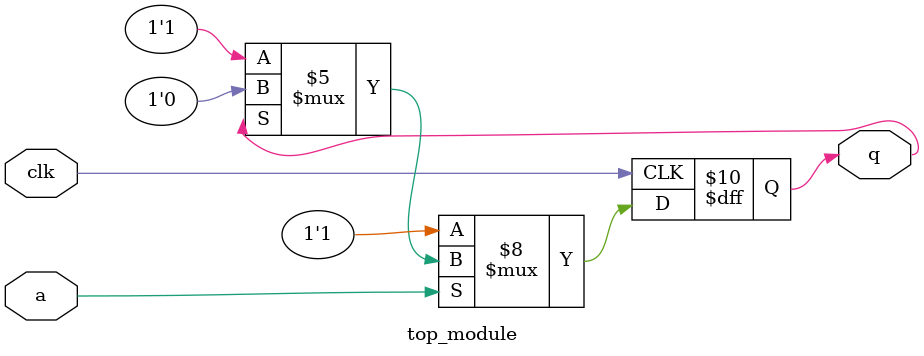
<source format=sv>
module top_module (
	input clk,
	input a, 
	output reg q
);

always @(posedge clk) begin
    if (a == 0) begin
        q <= 1;
    end else begin
        if (q == 1) begin
            q <= 0;
        end else begin
            q <= 1;
        end
    end
end

endmodule

</source>
